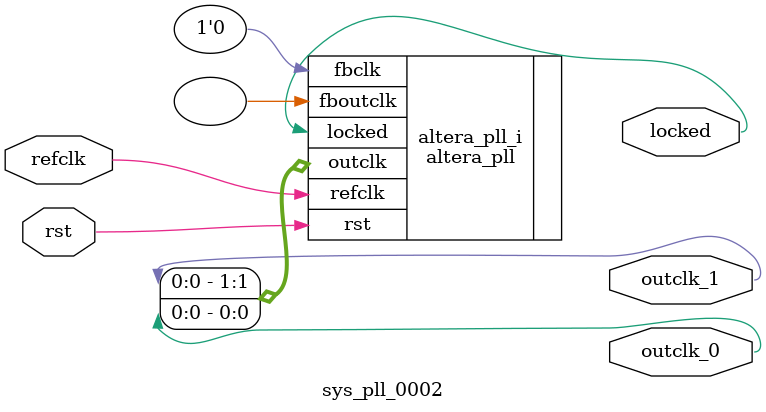
<source format=v>
`timescale 1ns/10ps
module  sys_pll_0002(

	// interface 'refclk'
	input wire refclk,

	// interface 'reset'
	input wire rst,

	// interface 'outclk0'
	output wire outclk_0,

	// interface 'outclk1'
	output wire outclk_1,

	// interface 'locked'
	output wire locked
);

	altera_pll #(
		.fractional_vco_multiplier("false"),
		.reference_clock_frequency("50.0 MHz"),
		.operation_mode("normal"),
		.number_of_clocks(2),
		.output_clock_frequency0("1.536016 MHz"),
		.phase_shift0("0 ps"),
		.duty_cycle0(50),
		.output_clock_frequency1("25.000000 MHz"),
		.phase_shift1("0 ps"),
		.duty_cycle1(50),
		.output_clock_frequency2("0 MHz"),
		.phase_shift2("0 ps"),
		.duty_cycle2(50),
		.output_clock_frequency3("0 MHz"),
		.phase_shift3("0 ps"),
		.duty_cycle3(50),
		.output_clock_frequency4("0 MHz"),
		.phase_shift4("0 ps"),
		.duty_cycle4(50),
		.output_clock_frequency5("0 MHz"),
		.phase_shift5("0 ps"),
		.duty_cycle5(50),
		.output_clock_frequency6("0 MHz"),
		.phase_shift6("0 ps"),
		.duty_cycle6(50),
		.output_clock_frequency7("0 MHz"),
		.phase_shift7("0 ps"),
		.duty_cycle7(50),
		.output_clock_frequency8("0 MHz"),
		.phase_shift8("0 ps"),
		.duty_cycle8(50),
		.output_clock_frequency9("0 MHz"),
		.phase_shift9("0 ps"),
		.duty_cycle9(50),
		.output_clock_frequency10("0 MHz"),
		.phase_shift10("0 ps"),
		.duty_cycle10(50),
		.output_clock_frequency11("0 MHz"),
		.phase_shift11("0 ps"),
		.duty_cycle11(50),
		.output_clock_frequency12("0 MHz"),
		.phase_shift12("0 ps"),
		.duty_cycle12(50),
		.output_clock_frequency13("0 MHz"),
		.phase_shift13("0 ps"),
		.duty_cycle13(50),
		.output_clock_frequency14("0 MHz"),
		.phase_shift14("0 ps"),
		.duty_cycle14(50),
		.output_clock_frequency15("0 MHz"),
		.phase_shift15("0 ps"),
		.duty_cycle15(50),
		.output_clock_frequency16("0 MHz"),
		.phase_shift16("0 ps"),
		.duty_cycle16(50),
		.output_clock_frequency17("0 MHz"),
		.phase_shift17("0 ps"),
		.duty_cycle17(50),
		.pll_type("General"),
		.pll_subtype("General")
	) altera_pll_i (
		.rst	(rst),
		.outclk	({outclk_1, outclk_0}),
		.locked	(locked),
		.fboutclk	( ),
		.fbclk	(1'b0),
		.refclk	(refclk)
	);
endmodule


</source>
